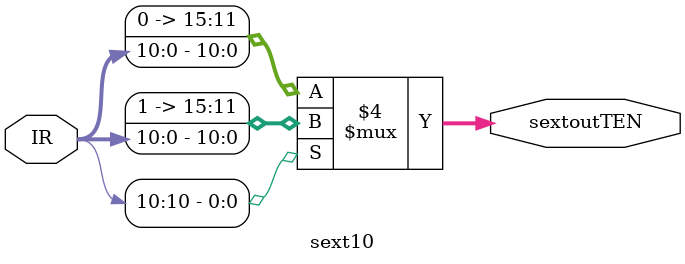
<source format=sv>
module sext10
(
    input logic [10:0] IR,
    output logic [15:0] sextoutTEN
);

    always_comb
    if (IR[10] == 1'd1)
        begin
            sextoutTEN = {5'b11111, IR};
        end
    else
        begin
            sextoutTEN = {5'b00000, IR};
        end
endmodule
</source>
